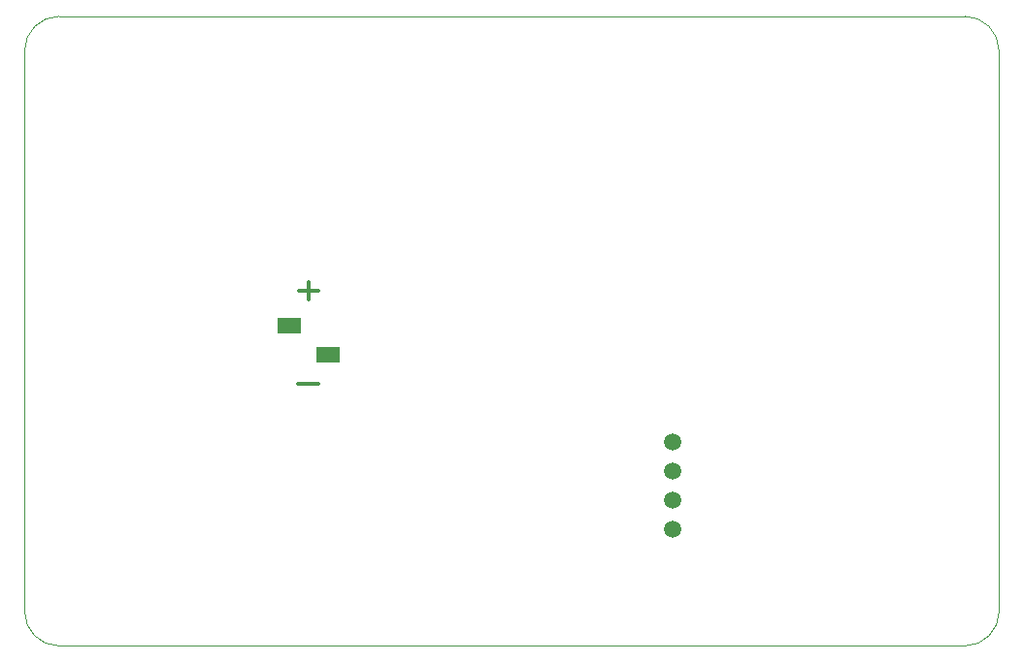
<source format=gbs>
G04 #@! TF.FileFunction,Soldermask,Bot*
%FSLAX44Y44*%
%MOMM*%
%ADD10C,0.05000*%
%ADD11C,0.30000*%
%ADD12C,1.50000*%
%ADD13R,2.13000X1.37000*%

%LPD*%
*G54D10*G75*G54D12*X565150Y177800D02*G55D03*X565150Y152400D02*G55D03*X565150Y127000D02*G55D03*X565150Y101600D02*G55D03*G54D13*X230500Y279400D02*G55D03*X264800Y254000D02*G55D03*G54D10*G01X820000Y550000D02*G02X850000Y520000I0J-30000D01*G01X850000Y30000D01*G02X820000Y0I-30000J0D01*G01X30000Y0D01*G02X0Y30000I0J30000D01*G01X0Y520000D01*G02X30000Y550000I30000J0D01*G01X820000Y550000D01*G54D11*X239316Y309959D02*X255984Y309959D01*X247650Y317897D02*X247650Y302816D01*X238522Y228600D02*X255984Y228600D01*X0Y0D02*M00*
</source>
